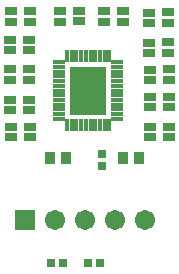
<source format=gts>
G04*
G04 #@! TF.GenerationSoftware,Altium Limited,Altium Designer,19.1.8 (144)*
G04*
G04 Layer_Color=8388736*
%FSLAX25Y25*%
%MOIN*%
G70*
G01*
G75*
%ADD12R,0.03162X0.02965*%
%ADD13R,0.03753X0.03950*%
%ADD14R,0.02965X0.03162*%
%ADD15R,0.03950X0.02965*%
%ADD16R,0.03950X0.01587*%
%ADD17R,0.01587X0.03950*%
%ADD18R,0.12020X0.15958*%
%ADD19C,0.06706*%
%ADD20R,0.06706X0.06706*%
D12*
X554032Y133000D02*
D03*
X557969D02*
D03*
X566563D02*
D03*
X570500D02*
D03*
D13*
X578185Y168000D02*
D03*
X583500D02*
D03*
X553798Y167887D02*
D03*
X559113D02*
D03*
D14*
X571000Y169437D02*
D03*
Y165500D02*
D03*
D15*
X547000Y178500D02*
D03*
Y175000D02*
D03*
X540701Y174957D02*
D03*
Y178500D02*
D03*
X546799Y187500D02*
D03*
Y184000D02*
D03*
X540500Y183957D02*
D03*
Y187500D02*
D03*
X546799Y197543D02*
D03*
Y194043D02*
D03*
X540500Y194000D02*
D03*
Y197543D02*
D03*
X578000Y217000D02*
D03*
Y213500D02*
D03*
X571701Y213457D02*
D03*
Y217000D02*
D03*
X563299Y217043D02*
D03*
Y213543D02*
D03*
X557000Y213500D02*
D03*
Y217043D02*
D03*
X547000Y217000D02*
D03*
Y213500D02*
D03*
X540701Y213457D02*
D03*
Y217000D02*
D03*
X546799Y207500D02*
D03*
Y204000D02*
D03*
X540500Y203957D02*
D03*
Y207500D02*
D03*
X586701Y203000D02*
D03*
Y206500D02*
D03*
X593000Y206543D02*
D03*
Y203000D02*
D03*
X587000Y194000D02*
D03*
Y197500D02*
D03*
X593299Y197543D02*
D03*
Y194000D02*
D03*
X587201Y184957D02*
D03*
Y188457D02*
D03*
X593500Y188500D02*
D03*
Y184957D02*
D03*
X587201Y174957D02*
D03*
Y178457D02*
D03*
X593500Y178500D02*
D03*
Y174957D02*
D03*
X586701Y213000D02*
D03*
Y216500D02*
D03*
X593000Y216543D02*
D03*
Y213000D02*
D03*
D16*
X576146Y181051D02*
D03*
Y182626D02*
D03*
Y184201D02*
D03*
Y185776D02*
D03*
Y187350D02*
D03*
Y188925D02*
D03*
Y190500D02*
D03*
Y192075D02*
D03*
Y193650D02*
D03*
Y195224D02*
D03*
Y196799D02*
D03*
Y198374D02*
D03*
Y199949D02*
D03*
X556854D02*
D03*
Y198374D02*
D03*
Y196799D02*
D03*
Y195224D02*
D03*
Y193650D02*
D03*
Y192075D02*
D03*
Y190500D02*
D03*
Y188925D02*
D03*
Y187350D02*
D03*
Y185776D02*
D03*
Y184201D02*
D03*
Y182626D02*
D03*
Y181051D02*
D03*
D17*
X573587Y202114D02*
D03*
X572012D02*
D03*
X570437D02*
D03*
X568862D02*
D03*
X567287D02*
D03*
X565713D02*
D03*
X564138D02*
D03*
X562563D02*
D03*
X560988D02*
D03*
X559413D02*
D03*
Y178886D02*
D03*
X560988D02*
D03*
X562563D02*
D03*
X564138D02*
D03*
X565713D02*
D03*
X567287D02*
D03*
X568862D02*
D03*
X570437D02*
D03*
X572012D02*
D03*
X573587D02*
D03*
D18*
X566500Y190500D02*
D03*
D19*
X585500Y147500D02*
D03*
X575500D02*
D03*
X565500D02*
D03*
X555500D02*
D03*
D20*
X545500D02*
D03*
M02*

</source>
